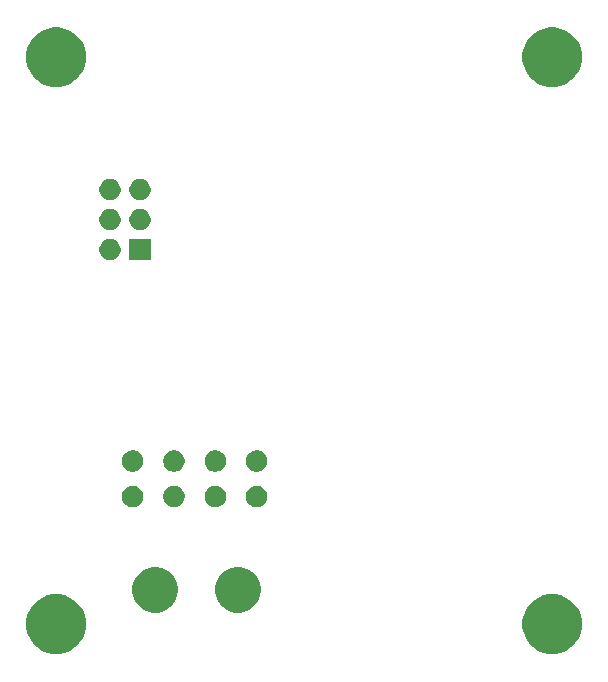
<source format=gbs>
G04 #@! TF.GenerationSoftware,KiCad,Pcbnew,5.0.1-33cea8e~68~ubuntu18.04.1*
G04 #@! TF.CreationDate,2019-04-25T19:51:38-04:00*
G04 #@! TF.ProjectId,IMU,494D552E6B696361645F706362000000,rev?*
G04 #@! TF.SameCoordinates,Original*
G04 #@! TF.FileFunction,Soldermask,Bot*
G04 #@! TF.FilePolarity,Negative*
%FSLAX46Y46*%
G04 Gerber Fmt 4.6, Leading zero omitted, Abs format (unit mm)*
G04 Created by KiCad (PCBNEW 5.0.1-33cea8e~68~ubuntu18.04.1) date Thu 25 Apr 2019 07:51:38 PM EDT*
%MOMM*%
%LPD*%
G01*
G04 APERTURE LIST*
%ADD10C,2.000000*%
G04 APERTURE END LIST*
D10*
G36*
X162736250Y-120572899D02*
X162736252Y-120572900D01*
X162736253Y-120572900D01*
X163195610Y-120763172D01*
X163609023Y-121039406D01*
X163960594Y-121390977D01*
X164236828Y-121804390D01*
X164427101Y-122263750D01*
X164524100Y-122751396D01*
X164524100Y-123248604D01*
X164427101Y-123736250D01*
X164236828Y-124195610D01*
X163960594Y-124609023D01*
X163609023Y-124960594D01*
X163609020Y-124960596D01*
X163195610Y-125236828D01*
X162736253Y-125427100D01*
X162736252Y-125427100D01*
X162736250Y-125427101D01*
X162248604Y-125524100D01*
X161751396Y-125524100D01*
X161263750Y-125427101D01*
X161263748Y-125427100D01*
X161263747Y-125427100D01*
X160804390Y-125236828D01*
X160390980Y-124960596D01*
X160390977Y-124960594D01*
X160039406Y-124609023D01*
X159763172Y-124195610D01*
X159572899Y-123736250D01*
X159475900Y-123248604D01*
X159475900Y-122751396D01*
X159572899Y-122263750D01*
X159763172Y-121804390D01*
X160039406Y-121390977D01*
X160390977Y-121039406D01*
X160804390Y-120763172D01*
X161263747Y-120572900D01*
X161263748Y-120572900D01*
X161263750Y-120572899D01*
X161751396Y-120475900D01*
X162248604Y-120475900D01*
X162736250Y-120572899D01*
X162736250Y-120572899D01*
G37*
G36*
X120736250Y-120572899D02*
X120736252Y-120572900D01*
X120736253Y-120572900D01*
X121195610Y-120763172D01*
X121609023Y-121039406D01*
X121960594Y-121390977D01*
X122236828Y-121804390D01*
X122427101Y-122263750D01*
X122524100Y-122751396D01*
X122524100Y-123248604D01*
X122427101Y-123736250D01*
X122236828Y-124195610D01*
X121960594Y-124609023D01*
X121609023Y-124960594D01*
X121609020Y-124960596D01*
X121195610Y-125236828D01*
X120736253Y-125427100D01*
X120736252Y-125427100D01*
X120736250Y-125427101D01*
X120248604Y-125524100D01*
X119751396Y-125524100D01*
X119263750Y-125427101D01*
X119263748Y-125427100D01*
X119263747Y-125427100D01*
X118804390Y-125236828D01*
X118390980Y-124960596D01*
X118390977Y-124960594D01*
X118039406Y-124609023D01*
X117763172Y-124195610D01*
X117572899Y-123736250D01*
X117475900Y-123248604D01*
X117475900Y-122751396D01*
X117572899Y-122263750D01*
X117763172Y-121804390D01*
X118039406Y-121390977D01*
X118390977Y-121039406D01*
X118804390Y-120763172D01*
X119263747Y-120572900D01*
X119263748Y-120572900D01*
X119263750Y-120572899D01*
X119751396Y-120475900D01*
X120248604Y-120475900D01*
X120736250Y-120572899D01*
X120736250Y-120572899D01*
G37*
G36*
X135947819Y-118246976D02*
X135947821Y-118246977D01*
X135947822Y-118246977D01*
X136298149Y-118392087D01*
X136298150Y-118392088D01*
X136613439Y-118602757D01*
X136881563Y-118870881D01*
X136881565Y-118870884D01*
X137092233Y-119186171D01*
X137237343Y-119536498D01*
X137237344Y-119536501D01*
X137311320Y-119908403D01*
X137311320Y-120287597D01*
X137254570Y-120572900D01*
X137237343Y-120659502D01*
X137092233Y-121009829D01*
X137072470Y-121039406D01*
X136881563Y-121325119D01*
X136613439Y-121593243D01*
X136613436Y-121593245D01*
X136298149Y-121803913D01*
X135947822Y-121949023D01*
X135947821Y-121949023D01*
X135947819Y-121949024D01*
X135575917Y-122023000D01*
X135196723Y-122023000D01*
X134824821Y-121949024D01*
X134824819Y-121949023D01*
X134824818Y-121949023D01*
X134474491Y-121803913D01*
X134159204Y-121593245D01*
X134159201Y-121593243D01*
X133891077Y-121325119D01*
X133700170Y-121039406D01*
X133680407Y-121009829D01*
X133535297Y-120659502D01*
X133518071Y-120572900D01*
X133461320Y-120287597D01*
X133461320Y-119908403D01*
X133535296Y-119536501D01*
X133535297Y-119536498D01*
X133680407Y-119186171D01*
X133891075Y-118870884D01*
X133891077Y-118870881D01*
X134159201Y-118602757D01*
X134474490Y-118392088D01*
X134474491Y-118392087D01*
X134824818Y-118246977D01*
X134824819Y-118246977D01*
X134824821Y-118246976D01*
X135196723Y-118173000D01*
X135575917Y-118173000D01*
X135947819Y-118246976D01*
X135947819Y-118246976D01*
G37*
G36*
X128947819Y-118246976D02*
X128947821Y-118246977D01*
X128947822Y-118246977D01*
X129298149Y-118392087D01*
X129298150Y-118392088D01*
X129613439Y-118602757D01*
X129881563Y-118870881D01*
X129881565Y-118870884D01*
X130092233Y-119186171D01*
X130237343Y-119536498D01*
X130237344Y-119536501D01*
X130311320Y-119908403D01*
X130311320Y-120287597D01*
X130254570Y-120572900D01*
X130237343Y-120659502D01*
X130092233Y-121009829D01*
X130072470Y-121039406D01*
X129881563Y-121325119D01*
X129613439Y-121593243D01*
X129613436Y-121593245D01*
X129298149Y-121803913D01*
X128947822Y-121949023D01*
X128947821Y-121949023D01*
X128947819Y-121949024D01*
X128575917Y-122023000D01*
X128196723Y-122023000D01*
X127824821Y-121949024D01*
X127824819Y-121949023D01*
X127824818Y-121949023D01*
X127474491Y-121803913D01*
X127159204Y-121593245D01*
X127159201Y-121593243D01*
X126891077Y-121325119D01*
X126700170Y-121039406D01*
X126680407Y-121009829D01*
X126535297Y-120659502D01*
X126518071Y-120572900D01*
X126461320Y-120287597D01*
X126461320Y-119908403D01*
X126535296Y-119536501D01*
X126535297Y-119536498D01*
X126680407Y-119186171D01*
X126891075Y-118870884D01*
X126891077Y-118870881D01*
X127159201Y-118602757D01*
X127474490Y-118392088D01*
X127474491Y-118392087D01*
X127824818Y-118246977D01*
X127824819Y-118246977D01*
X127824821Y-118246976D01*
X128196723Y-118173000D01*
X128575917Y-118173000D01*
X128947819Y-118246976D01*
X128947819Y-118246976D01*
G37*
G36*
X133741754Y-111312970D02*
X133741756Y-111312971D01*
X133741757Y-111312971D01*
X133907367Y-111381569D01*
X134056414Y-111481159D01*
X134183161Y-111607906D01*
X134282751Y-111756953D01*
X134351350Y-111922566D01*
X134386320Y-112098371D01*
X134386320Y-112277629D01*
X134351350Y-112453434D01*
X134282751Y-112619047D01*
X134183161Y-112768094D01*
X134056414Y-112894841D01*
X134056411Y-112894843D01*
X133907367Y-112994431D01*
X133741757Y-113063029D01*
X133741756Y-113063029D01*
X133741754Y-113063030D01*
X133565949Y-113098000D01*
X133386691Y-113098000D01*
X133210886Y-113063030D01*
X133210884Y-113063029D01*
X133210883Y-113063029D01*
X133045273Y-112994431D01*
X132896229Y-112894843D01*
X132896226Y-112894841D01*
X132769479Y-112768094D01*
X132669889Y-112619047D01*
X132601290Y-112453434D01*
X132566320Y-112277629D01*
X132566320Y-112098371D01*
X132601290Y-111922566D01*
X132669889Y-111756953D01*
X132769479Y-111607906D01*
X132896226Y-111481159D01*
X133045273Y-111381569D01*
X133210883Y-111312971D01*
X133210884Y-111312971D01*
X133210886Y-111312970D01*
X133386691Y-111278000D01*
X133565949Y-111278000D01*
X133741754Y-111312970D01*
X133741754Y-111312970D01*
G37*
G36*
X126741754Y-111312970D02*
X126741756Y-111312971D01*
X126741757Y-111312971D01*
X126907367Y-111381569D01*
X127056414Y-111481159D01*
X127183161Y-111607906D01*
X127282751Y-111756953D01*
X127351350Y-111922566D01*
X127386320Y-112098371D01*
X127386320Y-112277629D01*
X127351350Y-112453434D01*
X127282751Y-112619047D01*
X127183161Y-112768094D01*
X127056414Y-112894841D01*
X127056411Y-112894843D01*
X126907367Y-112994431D01*
X126741757Y-113063029D01*
X126741756Y-113063029D01*
X126741754Y-113063030D01*
X126565949Y-113098000D01*
X126386691Y-113098000D01*
X126210886Y-113063030D01*
X126210884Y-113063029D01*
X126210883Y-113063029D01*
X126045273Y-112994431D01*
X125896229Y-112894843D01*
X125896226Y-112894841D01*
X125769479Y-112768094D01*
X125669889Y-112619047D01*
X125601290Y-112453434D01*
X125566320Y-112277629D01*
X125566320Y-112098371D01*
X125601290Y-111922566D01*
X125669889Y-111756953D01*
X125769479Y-111607906D01*
X125896226Y-111481159D01*
X126045273Y-111381569D01*
X126210883Y-111312971D01*
X126210884Y-111312971D01*
X126210886Y-111312970D01*
X126386691Y-111278000D01*
X126565949Y-111278000D01*
X126741754Y-111312970D01*
X126741754Y-111312970D01*
G37*
G36*
X130241754Y-111312970D02*
X130241756Y-111312971D01*
X130241757Y-111312971D01*
X130407367Y-111381569D01*
X130556414Y-111481159D01*
X130683161Y-111607906D01*
X130782751Y-111756953D01*
X130851350Y-111922566D01*
X130886320Y-112098371D01*
X130886320Y-112277629D01*
X130851350Y-112453434D01*
X130782751Y-112619047D01*
X130683161Y-112768094D01*
X130556414Y-112894841D01*
X130556411Y-112894843D01*
X130407367Y-112994431D01*
X130241757Y-113063029D01*
X130241756Y-113063029D01*
X130241754Y-113063030D01*
X130065949Y-113098000D01*
X129886691Y-113098000D01*
X129710886Y-113063030D01*
X129710884Y-113063029D01*
X129710883Y-113063029D01*
X129545273Y-112994431D01*
X129396229Y-112894843D01*
X129396226Y-112894841D01*
X129269479Y-112768094D01*
X129169889Y-112619047D01*
X129101290Y-112453434D01*
X129066320Y-112277629D01*
X129066320Y-112098371D01*
X129101290Y-111922566D01*
X129169889Y-111756953D01*
X129269479Y-111607906D01*
X129396226Y-111481159D01*
X129545273Y-111381569D01*
X129710883Y-111312971D01*
X129710884Y-111312971D01*
X129710886Y-111312970D01*
X129886691Y-111278000D01*
X130065949Y-111278000D01*
X130241754Y-111312970D01*
X130241754Y-111312970D01*
G37*
G36*
X137241754Y-111312970D02*
X137241756Y-111312971D01*
X137241757Y-111312971D01*
X137407367Y-111381569D01*
X137556414Y-111481159D01*
X137683161Y-111607906D01*
X137782751Y-111756953D01*
X137851350Y-111922566D01*
X137886320Y-112098371D01*
X137886320Y-112277629D01*
X137851350Y-112453434D01*
X137782751Y-112619047D01*
X137683161Y-112768094D01*
X137556414Y-112894841D01*
X137556411Y-112894843D01*
X137407367Y-112994431D01*
X137241757Y-113063029D01*
X137241756Y-113063029D01*
X137241754Y-113063030D01*
X137065949Y-113098000D01*
X136886691Y-113098000D01*
X136710886Y-113063030D01*
X136710884Y-113063029D01*
X136710883Y-113063029D01*
X136545273Y-112994431D01*
X136396229Y-112894843D01*
X136396226Y-112894841D01*
X136269479Y-112768094D01*
X136169889Y-112619047D01*
X136101290Y-112453434D01*
X136066320Y-112277629D01*
X136066320Y-112098371D01*
X136101290Y-111922566D01*
X136169889Y-111756953D01*
X136269479Y-111607906D01*
X136396226Y-111481159D01*
X136545273Y-111381569D01*
X136710883Y-111312971D01*
X136710884Y-111312971D01*
X136710886Y-111312970D01*
X136886691Y-111278000D01*
X137065949Y-111278000D01*
X137241754Y-111312970D01*
X137241754Y-111312970D01*
G37*
G36*
X137241754Y-108312970D02*
X137241756Y-108312971D01*
X137241757Y-108312971D01*
X137407367Y-108381569D01*
X137556414Y-108481159D01*
X137683161Y-108607906D01*
X137782751Y-108756953D01*
X137851350Y-108922566D01*
X137886320Y-109098371D01*
X137886320Y-109277629D01*
X137851350Y-109453434D01*
X137782751Y-109619047D01*
X137683161Y-109768094D01*
X137556414Y-109894841D01*
X137556411Y-109894843D01*
X137407367Y-109994431D01*
X137241757Y-110063029D01*
X137241756Y-110063029D01*
X137241754Y-110063030D01*
X137065949Y-110098000D01*
X136886691Y-110098000D01*
X136710886Y-110063030D01*
X136710884Y-110063029D01*
X136710883Y-110063029D01*
X136545273Y-109994431D01*
X136396229Y-109894843D01*
X136396226Y-109894841D01*
X136269479Y-109768094D01*
X136169889Y-109619047D01*
X136101290Y-109453434D01*
X136066320Y-109277629D01*
X136066320Y-109098371D01*
X136101290Y-108922566D01*
X136169889Y-108756953D01*
X136269479Y-108607906D01*
X136396226Y-108481159D01*
X136545273Y-108381569D01*
X136710883Y-108312971D01*
X136710884Y-108312971D01*
X136710886Y-108312970D01*
X136886691Y-108278000D01*
X137065949Y-108278000D01*
X137241754Y-108312970D01*
X137241754Y-108312970D01*
G37*
G36*
X133741754Y-108312970D02*
X133741756Y-108312971D01*
X133741757Y-108312971D01*
X133907367Y-108381569D01*
X134056414Y-108481159D01*
X134183161Y-108607906D01*
X134282751Y-108756953D01*
X134351350Y-108922566D01*
X134386320Y-109098371D01*
X134386320Y-109277629D01*
X134351350Y-109453434D01*
X134282751Y-109619047D01*
X134183161Y-109768094D01*
X134056414Y-109894841D01*
X134056411Y-109894843D01*
X133907367Y-109994431D01*
X133741757Y-110063029D01*
X133741756Y-110063029D01*
X133741754Y-110063030D01*
X133565949Y-110098000D01*
X133386691Y-110098000D01*
X133210886Y-110063030D01*
X133210884Y-110063029D01*
X133210883Y-110063029D01*
X133045273Y-109994431D01*
X132896229Y-109894843D01*
X132896226Y-109894841D01*
X132769479Y-109768094D01*
X132669889Y-109619047D01*
X132601290Y-109453434D01*
X132566320Y-109277629D01*
X132566320Y-109098371D01*
X132601290Y-108922566D01*
X132669889Y-108756953D01*
X132769479Y-108607906D01*
X132896226Y-108481159D01*
X133045273Y-108381569D01*
X133210883Y-108312971D01*
X133210884Y-108312971D01*
X133210886Y-108312970D01*
X133386691Y-108278000D01*
X133565949Y-108278000D01*
X133741754Y-108312970D01*
X133741754Y-108312970D01*
G37*
G36*
X130241754Y-108312970D02*
X130241756Y-108312971D01*
X130241757Y-108312971D01*
X130407367Y-108381569D01*
X130556414Y-108481159D01*
X130683161Y-108607906D01*
X130782751Y-108756953D01*
X130851350Y-108922566D01*
X130886320Y-109098371D01*
X130886320Y-109277629D01*
X130851350Y-109453434D01*
X130782751Y-109619047D01*
X130683161Y-109768094D01*
X130556414Y-109894841D01*
X130556411Y-109894843D01*
X130407367Y-109994431D01*
X130241757Y-110063029D01*
X130241756Y-110063029D01*
X130241754Y-110063030D01*
X130065949Y-110098000D01*
X129886691Y-110098000D01*
X129710886Y-110063030D01*
X129710884Y-110063029D01*
X129710883Y-110063029D01*
X129545273Y-109994431D01*
X129396229Y-109894843D01*
X129396226Y-109894841D01*
X129269479Y-109768094D01*
X129169889Y-109619047D01*
X129101290Y-109453434D01*
X129066320Y-109277629D01*
X129066320Y-109098371D01*
X129101290Y-108922566D01*
X129169889Y-108756953D01*
X129269479Y-108607906D01*
X129396226Y-108481159D01*
X129545273Y-108381569D01*
X129710883Y-108312971D01*
X129710884Y-108312971D01*
X129710886Y-108312970D01*
X129886691Y-108278000D01*
X130065949Y-108278000D01*
X130241754Y-108312970D01*
X130241754Y-108312970D01*
G37*
G36*
X126741754Y-108312970D02*
X126741756Y-108312971D01*
X126741757Y-108312971D01*
X126907367Y-108381569D01*
X127056414Y-108481159D01*
X127183161Y-108607906D01*
X127282751Y-108756953D01*
X127351350Y-108922566D01*
X127386320Y-109098371D01*
X127386320Y-109277629D01*
X127351350Y-109453434D01*
X127282751Y-109619047D01*
X127183161Y-109768094D01*
X127056414Y-109894841D01*
X127056411Y-109894843D01*
X126907367Y-109994431D01*
X126741757Y-110063029D01*
X126741756Y-110063029D01*
X126741754Y-110063030D01*
X126565949Y-110098000D01*
X126386691Y-110098000D01*
X126210886Y-110063030D01*
X126210884Y-110063029D01*
X126210883Y-110063029D01*
X126045273Y-109994431D01*
X125896229Y-109894843D01*
X125896226Y-109894841D01*
X125769479Y-109768094D01*
X125669889Y-109619047D01*
X125601290Y-109453434D01*
X125566320Y-109277629D01*
X125566320Y-109098371D01*
X125601290Y-108922566D01*
X125669889Y-108756953D01*
X125769479Y-108607906D01*
X125896226Y-108481159D01*
X126045273Y-108381569D01*
X126210883Y-108312971D01*
X126210884Y-108312971D01*
X126210886Y-108312970D01*
X126386691Y-108278000D01*
X126565949Y-108278000D01*
X126741754Y-108312970D01*
X126741754Y-108312970D01*
G37*
G36*
X128006680Y-92187600D02*
X126206680Y-92187600D01*
X126206680Y-90387600D01*
X128006680Y-90387600D01*
X128006680Y-92187600D01*
X128006680Y-92187600D01*
G37*
G36*
X124829201Y-90422186D02*
X124992989Y-90490029D01*
X125140400Y-90588526D01*
X125265754Y-90713880D01*
X125364251Y-90861291D01*
X125432094Y-91025079D01*
X125466680Y-91198956D01*
X125466680Y-91376244D01*
X125432094Y-91550121D01*
X125364251Y-91713909D01*
X125265754Y-91861320D01*
X125140400Y-91986674D01*
X124992989Y-92085171D01*
X124829201Y-92153014D01*
X124655324Y-92187600D01*
X124478036Y-92187600D01*
X124304159Y-92153014D01*
X124140371Y-92085171D01*
X123992960Y-91986674D01*
X123867606Y-91861320D01*
X123769109Y-91713909D01*
X123701266Y-91550121D01*
X123666680Y-91376244D01*
X123666680Y-91198956D01*
X123701266Y-91025079D01*
X123769109Y-90861291D01*
X123867606Y-90713880D01*
X123992960Y-90588526D01*
X124140371Y-90490029D01*
X124304159Y-90422186D01*
X124478036Y-90387600D01*
X124655324Y-90387600D01*
X124829201Y-90422186D01*
X124829201Y-90422186D01*
G37*
G36*
X127369201Y-87882186D02*
X127532989Y-87950029D01*
X127680400Y-88048526D01*
X127805754Y-88173880D01*
X127904251Y-88321291D01*
X127972094Y-88485079D01*
X128006680Y-88658956D01*
X128006680Y-88836244D01*
X127972094Y-89010121D01*
X127904251Y-89173909D01*
X127805754Y-89321320D01*
X127680400Y-89446674D01*
X127532989Y-89545171D01*
X127369201Y-89613014D01*
X127195324Y-89647600D01*
X127018036Y-89647600D01*
X126844159Y-89613014D01*
X126680371Y-89545171D01*
X126532960Y-89446674D01*
X126407606Y-89321320D01*
X126309109Y-89173909D01*
X126241266Y-89010121D01*
X126206680Y-88836244D01*
X126206680Y-88658956D01*
X126241266Y-88485079D01*
X126309109Y-88321291D01*
X126407606Y-88173880D01*
X126532960Y-88048526D01*
X126680371Y-87950029D01*
X126844159Y-87882186D01*
X127018036Y-87847600D01*
X127195324Y-87847600D01*
X127369201Y-87882186D01*
X127369201Y-87882186D01*
G37*
G36*
X124829201Y-87882186D02*
X124992989Y-87950029D01*
X125140400Y-88048526D01*
X125265754Y-88173880D01*
X125364251Y-88321291D01*
X125432094Y-88485079D01*
X125466680Y-88658956D01*
X125466680Y-88836244D01*
X125432094Y-89010121D01*
X125364251Y-89173909D01*
X125265754Y-89321320D01*
X125140400Y-89446674D01*
X124992989Y-89545171D01*
X124829201Y-89613014D01*
X124655324Y-89647600D01*
X124478036Y-89647600D01*
X124304159Y-89613014D01*
X124140371Y-89545171D01*
X123992960Y-89446674D01*
X123867606Y-89321320D01*
X123769109Y-89173909D01*
X123701266Y-89010121D01*
X123666680Y-88836244D01*
X123666680Y-88658956D01*
X123701266Y-88485079D01*
X123769109Y-88321291D01*
X123867606Y-88173880D01*
X123992960Y-88048526D01*
X124140371Y-87950029D01*
X124304159Y-87882186D01*
X124478036Y-87847600D01*
X124655324Y-87847600D01*
X124829201Y-87882186D01*
X124829201Y-87882186D01*
G37*
G36*
X124829201Y-85342186D02*
X124992989Y-85410029D01*
X125140400Y-85508526D01*
X125265754Y-85633880D01*
X125364251Y-85781291D01*
X125432094Y-85945079D01*
X125466680Y-86118956D01*
X125466680Y-86296244D01*
X125432094Y-86470121D01*
X125364251Y-86633909D01*
X125265754Y-86781320D01*
X125140400Y-86906674D01*
X124992989Y-87005171D01*
X124829201Y-87073014D01*
X124655324Y-87107600D01*
X124478036Y-87107600D01*
X124304159Y-87073014D01*
X124140371Y-87005171D01*
X123992960Y-86906674D01*
X123867606Y-86781320D01*
X123769109Y-86633909D01*
X123701266Y-86470121D01*
X123666680Y-86296244D01*
X123666680Y-86118956D01*
X123701266Y-85945079D01*
X123769109Y-85781291D01*
X123867606Y-85633880D01*
X123992960Y-85508526D01*
X124140371Y-85410029D01*
X124304159Y-85342186D01*
X124478036Y-85307600D01*
X124655324Y-85307600D01*
X124829201Y-85342186D01*
X124829201Y-85342186D01*
G37*
G36*
X127369201Y-85342186D02*
X127532989Y-85410029D01*
X127680400Y-85508526D01*
X127805754Y-85633880D01*
X127904251Y-85781291D01*
X127972094Y-85945079D01*
X128006680Y-86118956D01*
X128006680Y-86296244D01*
X127972094Y-86470121D01*
X127904251Y-86633909D01*
X127805754Y-86781320D01*
X127680400Y-86906674D01*
X127532989Y-87005171D01*
X127369201Y-87073014D01*
X127195324Y-87107600D01*
X127018036Y-87107600D01*
X126844159Y-87073014D01*
X126680371Y-87005171D01*
X126532960Y-86906674D01*
X126407606Y-86781320D01*
X126309109Y-86633909D01*
X126241266Y-86470121D01*
X126206680Y-86296244D01*
X126206680Y-86118956D01*
X126241266Y-85945079D01*
X126309109Y-85781291D01*
X126407606Y-85633880D01*
X126532960Y-85508526D01*
X126680371Y-85410029D01*
X126844159Y-85342186D01*
X127018036Y-85307600D01*
X127195324Y-85307600D01*
X127369201Y-85342186D01*
X127369201Y-85342186D01*
G37*
G36*
X120736250Y-72572899D02*
X120736252Y-72572900D01*
X120736253Y-72572900D01*
X121195610Y-72763172D01*
X121609023Y-73039406D01*
X121960594Y-73390977D01*
X122236828Y-73804390D01*
X122427101Y-74263750D01*
X122524100Y-74751396D01*
X122524100Y-75248604D01*
X122427101Y-75736250D01*
X122236828Y-76195610D01*
X121960594Y-76609023D01*
X121609023Y-76960594D01*
X121609020Y-76960596D01*
X121195610Y-77236828D01*
X120736253Y-77427100D01*
X120736252Y-77427100D01*
X120736250Y-77427101D01*
X120248604Y-77524100D01*
X119751396Y-77524100D01*
X119263750Y-77427101D01*
X119263748Y-77427100D01*
X119263747Y-77427100D01*
X118804390Y-77236828D01*
X118390980Y-76960596D01*
X118390977Y-76960594D01*
X118039406Y-76609023D01*
X117763172Y-76195610D01*
X117572899Y-75736250D01*
X117475900Y-75248604D01*
X117475900Y-74751396D01*
X117572899Y-74263750D01*
X117763172Y-73804390D01*
X118039406Y-73390977D01*
X118390977Y-73039406D01*
X118804390Y-72763172D01*
X119263747Y-72572900D01*
X119263748Y-72572900D01*
X119263750Y-72572899D01*
X119751396Y-72475900D01*
X120248604Y-72475900D01*
X120736250Y-72572899D01*
X120736250Y-72572899D01*
G37*
G36*
X162736250Y-72572899D02*
X162736252Y-72572900D01*
X162736253Y-72572900D01*
X163195610Y-72763172D01*
X163609023Y-73039406D01*
X163960594Y-73390977D01*
X164236828Y-73804390D01*
X164427101Y-74263750D01*
X164524100Y-74751396D01*
X164524100Y-75248604D01*
X164427101Y-75736250D01*
X164236828Y-76195610D01*
X163960594Y-76609023D01*
X163609023Y-76960594D01*
X163609020Y-76960596D01*
X163195610Y-77236828D01*
X162736253Y-77427100D01*
X162736252Y-77427100D01*
X162736250Y-77427101D01*
X162248604Y-77524100D01*
X161751396Y-77524100D01*
X161263750Y-77427101D01*
X161263748Y-77427100D01*
X161263747Y-77427100D01*
X160804390Y-77236828D01*
X160390980Y-76960596D01*
X160390977Y-76960594D01*
X160039406Y-76609023D01*
X159763172Y-76195610D01*
X159572899Y-75736250D01*
X159475900Y-75248604D01*
X159475900Y-74751396D01*
X159572899Y-74263750D01*
X159763172Y-73804390D01*
X160039406Y-73390977D01*
X160390977Y-73039406D01*
X160804390Y-72763172D01*
X161263747Y-72572900D01*
X161263748Y-72572900D01*
X161263750Y-72572899D01*
X161751396Y-72475900D01*
X162248604Y-72475900D01*
X162736250Y-72572899D01*
X162736250Y-72572899D01*
G37*
M02*

</source>
